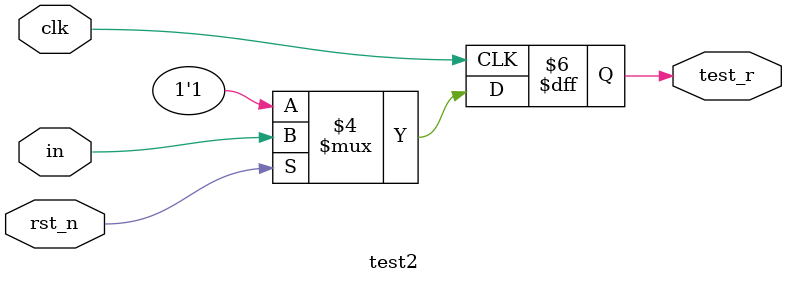
<source format=v>
module test2(
    input wire clk,
    input wire rst_n,
    input wire in,
    output reg test_r
    );
    always @(negedge clk) begin
    if(!rst_n) begin
        test_r <= 1;
        end
        else begin
        test_r <= in;
    end
end

endmodule

</source>
